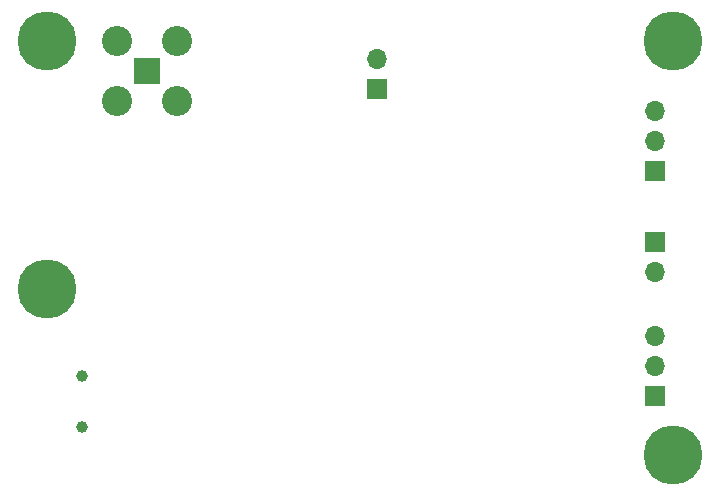
<source format=gbr>
%TF.GenerationSoftware,KiCad,Pcbnew,5.1.10-88a1d61d58~88~ubuntu20.04.1*%
%TF.CreationDate,2021-08-10T15:11:50-03:00*%
%TF.ProjectId,lora_end_device,6c6f7261-5f65-46e6-945f-646576696365,rev?*%
%TF.SameCoordinates,Original*%
%TF.FileFunction,Soldermask,Bot*%
%TF.FilePolarity,Negative*%
%FSLAX46Y46*%
G04 Gerber Fmt 4.6, Leading zero omitted, Abs format (unit mm)*
G04 Created by KiCad (PCBNEW 5.1.10-88a1d61d58~88~ubuntu20.04.1) date 2021-08-10 15:11:50*
%MOMM*%
%LPD*%
G01*
G04 APERTURE LIST*
%ADD10C,5.000000*%
%ADD11O,1.700000X1.700000*%
%ADD12R,1.700000X1.700000*%
%ADD13C,1.000000*%
%ADD14R,2.250000X2.250000*%
%ADD15C,2.550000*%
G04 APERTURE END LIST*
D10*
%TO.C,H4*%
X114000000Y-96000000D03*
%TD*%
%TO.C,H3*%
X114000000Y-61000000D03*
%TD*%
%TO.C,H2*%
X61000000Y-61000000D03*
%TD*%
%TO.C,H1*%
X61000000Y-82000000D03*
%TD*%
D11*
%TO.C,J7*%
X112500000Y-85920000D03*
X112500000Y-88460000D03*
D12*
X112500000Y-91000000D03*
%TD*%
D13*
%TO.C,J1*%
X64000000Y-89300000D03*
X64000000Y-93700000D03*
%TD*%
D14*
%TO.C,J3*%
X69500000Y-63500000D03*
D15*
X72040000Y-66040000D03*
X66960000Y-66040000D03*
X66960000Y-60960000D03*
X72040000Y-60960000D03*
%TD*%
D12*
%TO.C,J4*%
X112500000Y-72000000D03*
D11*
X112500000Y-69460000D03*
X112500000Y-66920000D03*
%TD*%
%TO.C,J5*%
X89000000Y-62460000D03*
D12*
X89000000Y-65000000D03*
%TD*%
%TO.C,J6*%
X112500000Y-78000000D03*
D11*
X112500000Y-80540000D03*
%TD*%
M02*

</source>
